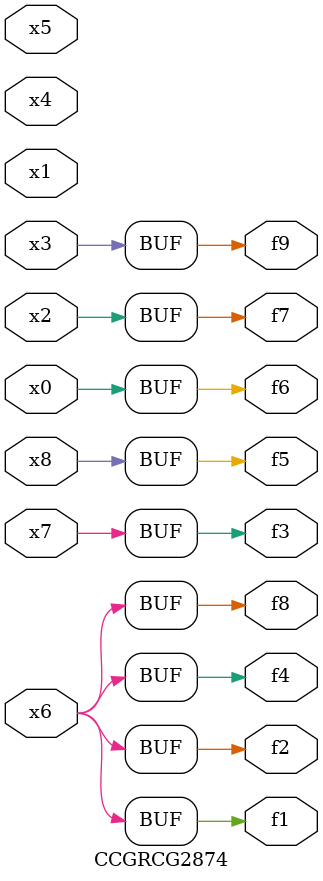
<source format=v>
module CCGRCG2874(
	input x0, x1, x2, x3, x4, x5, x6, x7, x8,
	output f1, f2, f3, f4, f5, f6, f7, f8, f9
);
	assign f1 = x6;
	assign f2 = x6;
	assign f3 = x7;
	assign f4 = x6;
	assign f5 = x8;
	assign f6 = x0;
	assign f7 = x2;
	assign f8 = x6;
	assign f9 = x3;
endmodule

</source>
